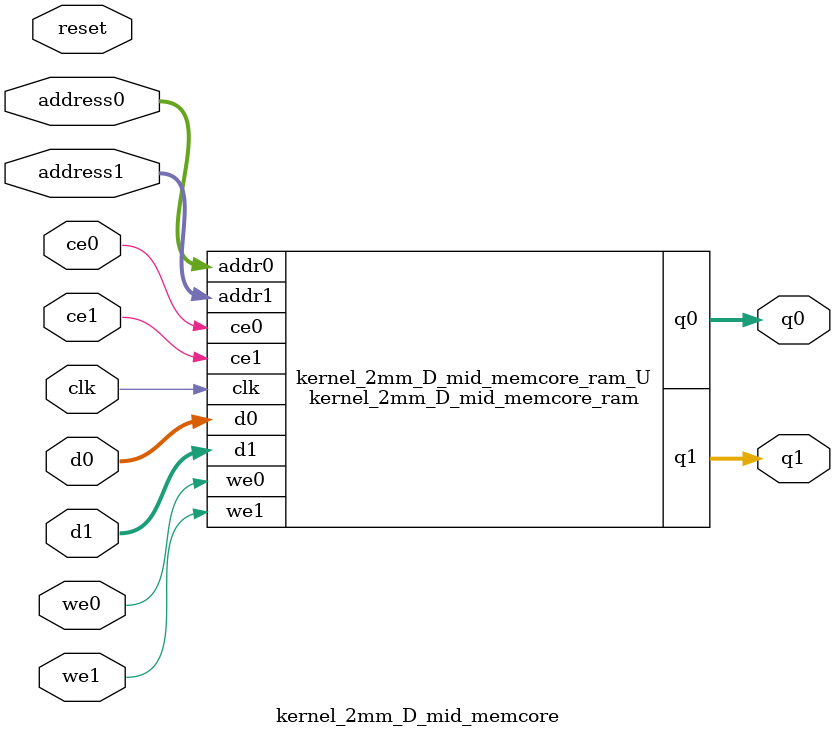
<source format=v>

`timescale 1 ns / 1 ps
module kernel_2mm_D_mid_memcore_ram (addr0, ce0, d0, we0, q0, addr1, ce1, d1, we1, q1,  clk);

parameter DWIDTH = 32;
parameter AWIDTH = 10;
parameter MEM_SIZE = 768;

input[AWIDTH-1:0] addr0;
input ce0;
input[DWIDTH-1:0] d0;
input we0;
output reg[DWIDTH-1:0] q0;
input[AWIDTH-1:0] addr1;
input ce1;
input[DWIDTH-1:0] d1;
input we1;
output reg[DWIDTH-1:0] q1;
input clk;

(* ram_style = "block" *)reg [DWIDTH-1:0] ram[0:MEM_SIZE-1];




always @(posedge clk)  
begin 
    if (ce0) 
    begin
        if (we0) 
        begin 
            ram[addr0] <= d0; 
            q0 <= d0;
        end 
        else 
            q0 <= ram[addr0];
    end
end


always @(posedge clk)  
begin 
    if (ce1) 
    begin
        if (we1) 
        begin 
            ram[addr1] <= d1; 
            q1 <= d1;
        end 
        else 
            q1 <= ram[addr1];
    end
end


endmodule


`timescale 1 ns / 1 ps
module kernel_2mm_D_mid_memcore(
    reset,
    clk,
    address0,
    ce0,
    we0,
    d0,
    q0,
    address1,
    ce1,
    we1,
    d1,
    q1);

parameter DataWidth = 32'd32;
parameter AddressRange = 32'd768;
parameter AddressWidth = 32'd10;
input reset;
input clk;
input[AddressWidth - 1:0] address0;
input ce0;
input we0;
input[DataWidth - 1:0] d0;
output[DataWidth - 1:0] q0;
input[AddressWidth - 1:0] address1;
input ce1;
input we1;
input[DataWidth - 1:0] d1;
output[DataWidth - 1:0] q1;



kernel_2mm_D_mid_memcore_ram kernel_2mm_D_mid_memcore_ram_U(
    .clk( clk ),
    .addr0( address0 ),
    .ce0( ce0 ),
    .we0( we0 ),
    .d0( d0 ),
    .q0( q0 ),
    .addr1( address1 ),
    .ce1( ce1 ),
    .we1( we1 ),
    .d1( d1 ),
    .q1( q1 ));

endmodule


</source>
